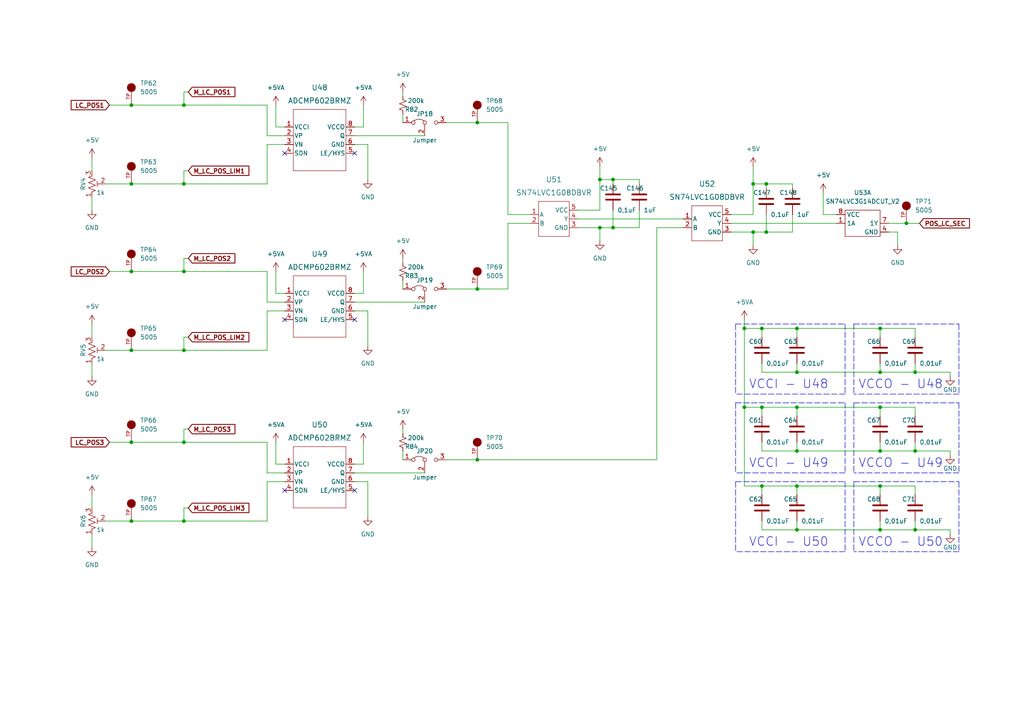
<source format=kicad_sch>
(kicad_sch (version 20211123) (generator eeschema)
  (paper "A4")
  (lib_symbols
    (symbol "ADCMP602BRMZ_1" (pin_names (offset 0.254))
      (property "Reference" "U" (at 8.89 6.35 0))
      (property "Value" "ADCMP602BRMZ_1" (at 16.51 -13.97 0))
      (symbol "ADCMP602BRMZ_1_1_1"
        (polyline (pts (xy 7.62 -12.7) (xy 22.86 -12.7)) (stroke (width 0.127)))
        (polyline (pts (xy 7.62 5.08) (xy 7.62 -12.7)) (stroke (width 0.127)))
        (polyline (pts (xy 22.86 -12.7) (xy 22.86 5.08)) (stroke (width 0.127)))
        (polyline (pts (xy 22.86 5.08) (xy 7.62 5.08)) (stroke (width 0.127)))
        (pin bidirectional line (at 5.08 0 0) (length 2.54) (name "VCCI") (number "1"))
        (pin input line (at 5.08 -2.54 0) (length 2.54) (name "VP") (number "2"))
        (pin input line (at 5.08 -5.08 0) (length 2.54) (name "VN") (number "3"))
        (pin unspecified line (at 5.08 -7.62 0) (length 2.54) (name "SDN") (number "4"))
        (pin unspecified line (at 25.4 -7.62 180) (length 2.45) (name "LE/HYS") (number "5"))
        (pin bidirectional line (at 25.4 -5.08 180) (length 2.54) (name "GND") (number "6"))
        (pin output line (at 25.4 -2.54 180) (length 2.54) (name "Q") (number "7"))
        (pin bidirectional line (at 25.4 0 180) (length 2.54) (name "VCCO") (number "8"))
      )
    )
    (symbol "Device:C" (pin_numbers hide) (pin_names (offset 0.254))
      (property "Reference" "C" (at 0.635 2.54 0))
      (property "Value" "C" (at 0.635 -2.54 0))
      (symbol "C_0_1"
        (polyline (pts (xy -2.032 -0.762) (xy 2.032 -0.762)) (stroke (width 0.508)))
        (polyline (pts (xy -2.032 0.762) (xy 2.032 0.762)) (stroke (width 0.508)))
      )
      (symbol "C_1_1"
        (pin passive line (at 0 3.81 270) (length 2.794) (name "~") (number "1"))
        (pin passive line (at 0 -3.81 90) (length 2.794) (name "~") (number "2"))
      )
    )
    (symbol "Device:R_Potentiometer_Trim_US" (pin_names (offset 1.016) hide)
      (property "Reference" "RV" (at -4.445 0 90))
      (property "Value" "R_Potentiometer_Trim_US" (at -2.54 0 90))
      (symbol "R_Potentiometer_Trim_US_0_1"
        (polyline (pts (xy 0 -2.286) (xy 0 -2.54)))
        (polyline (pts (xy 0 2.286) (xy 0 2.54)))
        (polyline (pts (xy 1.524 0.762) (xy 1.524 -0.762)))
        (polyline (pts (xy 2.54 0) (xy 1.524 0)))
        (polyline (pts (xy 0 -0.762) (xy 1.016 -1.143) (xy 0 -1.524) (xy -1.016 -1.905) (xy 0 -2.286)))
        (polyline (pts (xy 0 0.762) (xy 1.016 0.381) (xy 0 0) (xy -1.016 -0.381) (xy 0 -0.762)))
        (polyline (pts (xy 0 2.286) (xy 1.016 1.905) (xy 0 1.524) (xy -1.016 1.143) (xy 0 0.762)))
      )
      (symbol "R_Potentiometer_Trim_US_1_1"
        (pin passive line (at 0 3.81 270) (length 1.27) (name "1") (number "1"))
        (pin passive line (at 3.81 0 180) (length 1.27) (name "2") (number "2"))
        (pin passive line (at 0 -3.81 90) (length 1.27) (name "3") (number "3"))
      )
    )
    (symbol "Device:R_Small_US" (pin_numbers hide) (pin_names (offset 0.254) hide)
      (property "Reference" "R" (at 0.762 0.508 0))
      (property "Value" "R_Small_US" (at 0.762 -1.016 0))
      (symbol "R_Small_US_1_1"
        (polyline (pts (xy 0 0) (xy 1.016 -0.381) (xy 0 -0.762) (xy -1.016 -1.143) (xy 0 -1.524)))
        (polyline (pts (xy 0 1.524) (xy 1.016 1.143) (xy 0 0.762) (xy -1.016 0.381) (xy 0 0)))
        (pin passive line (at 0 2.54 270) (length 1.016) (name "~") (number "1"))
        (pin passive line (at 0 -2.54 90) (length 1.016) (name "~") (number "2"))
      )
    )
    (symbol "Jumper:Jumper_3_Bridged12" (pin_names (offset 0) hide)
      (property "Reference" "JP" (at -2.54 -2.54 0))
      (property "Value" "Jumper_3_Bridged12" (at 0 2.794 0))
      (symbol "Jumper_3_Bridged12_0_0"
        (circle (center -3.302 0) (radius 0.508))
        (circle (center 0 0) (radius 0.508))
        (circle (center 3.302 0) (radius 0.508))
      )
      (symbol "Jumper_3_Bridged12_0_1"
        (arc (start -0.254 0.508) (mid -1.651 0.9912) (end -3.048 0.508))
        (polyline (pts (xy 0 -1.27) (xy 0 -0.508)))
      )
      (symbol "Jumper_3_Bridged12_1_1"
        (pin passive line (at -6.35 0 0) (length 2.54) (name "A") (number "1"))
        (pin passive line (at 0 -3.81 90) (length 2.54) (name "C") (number "2"))
        (pin passive line (at 6.35 0 180) (length 2.54) (name "B") (number "3"))
      )
    )
    (symbol "SymLib:5005" (pin_names (offset 1.016))
      (property "Reference" "TP" (at -2.54 2.54 0))
      (property "Value" "5005" (at -2.54 -3.81 0))
      (symbol "5005_0_0"
        (circle (center 0 0) (radius 0.635) (stroke (width 1.27)))
        (pin passive line (at -5.08 0 0) (length 5.08) (name "~") (number "TP"))
      )
    )
    (symbol "SymLib:SN74LVC1G08DBVR" (pin_names (offset 0.254))
      (property "Reference" "U" (at 25.4 10.16 0))
      (property "Value" "SN74LVC1G08DBVR" (at 25.4 7.62 0))
      (symbol "SN74LVC1G08DBVR_0_1"
        (polyline (pts (xy 20.32 -7.62) (xy 29.21 -7.62)) (stroke (width 0.127)))
        (polyline (pts (xy 20.32 2.54) (xy 20.32 -7.62)) (stroke (width 0.127)))
        (polyline (pts (xy 29.21 -7.62) (xy 29.21 2.54)) (stroke (width 0.127)))
        (polyline (pts (xy 29.21 2.54) (xy 20.32 2.54)) (stroke (width 0.127)))
        (pin input line (at 17.78 -1.27 0) (length 2.54) (name "A") (number "1"))
        (pin input line (at 17.78 -3.81 0) (length 2.54) (name "B") (number "2"))
        (pin power_in line (at 31.75 -5.08 180) (length 2.54) (name "GND") (number "3"))
        (pin output line (at 31.75 -2.54 180) (length 2.54) (name "Y") (number "4"))
        (pin power_in line (at 31.75 0 180) (length 2.54) (name "VCC") (number "5"))
      )
    )
    (symbol "SymLib:SN74LVC3G14DCUT_V2"
      (property "Reference" "U" (at -3.81 5.08 0))
      (property "Value" "SN74LVC3G14DCUT_V2" (at 0 -5.08 0))
      (symbol "SN74LVC3G14DCUT_V2_0_1"
        (rectangle (start -5.08 -3.81) (end 5.08 -3.81))
        (rectangle (start -5.08 3.81) (end -5.08 -3.81))
        (rectangle (start -5.08 3.81) (end 5.08 3.81))
        (rectangle (start 5.08 3.81) (end 5.08 -3.81))
      )
      (symbol "SN74LVC3G14DCUT_V2_1_1"
        (pin bidirectional line (at -7.62 0 0) (length 2.54) (name "1A") (number "1"))
        (pin bidirectional line (at 7.62 -2.54 180) (length 2.54) (name "GND") (number "4"))
        (pin output line (at 7.62 0 180) (length 2.54) (name "1Y") (number "7"))
        (pin bidirectional line (at -7.62 2.54 0) (length 2.54) (name "VCC") (number "8"))
      )
      (symbol "SN74LVC3G14DCUT_V2_2_1"
        (pin bidirectional line (at -7.62 0 0) (length 2.54) (name "2A") (number "3"))
        (pin output line (at 7.62 0 180) (length 2.54) (name "2Y") (number "5"))
      )
      (symbol "SN74LVC3G14DCUT_V2_3_1"
        (pin output line (at 7.62 0 180) (length 2.54) (name "3Y") (number "2"))
        (pin bidirectional line (at -7.62 0 0) (length 2.54) (name "3A") (number "6"))
      )
    )
    (symbol "power:+5V" (power) (pin_names (offset 0))
      (property "Value" "+5V" (at 0 3.556 0))
      (symbol "+5V_0_1"
        (polyline (pts (xy -0.762 1.27) (xy 0 2.54)))
        (polyline (pts (xy 0 0) (xy 0 2.54)))
        (polyline (pts (xy 0 2.54) (xy 0.762 1.27)))
      )
      (symbol "+5V_1_1"
        (pin power_in line (at 0 0 90) (length 0) hide (name "+5V") (number "1"))
      )
    )
    (symbol "power:+5VA" (power) (pin_names (offset 0))
      (property "Value" "+5VA" (at 0 3.556 0))
      (symbol "+5VA_0_1"
        (polyline (pts (xy -0.762 1.27) (xy 0 2.54)))
        (polyline (pts (xy 0 0) (xy 0 2.54)))
        (polyline (pts (xy 0 2.54) (xy 0.762 1.27)))
      )
      (symbol "+5VA_1_1"
        (pin power_in line (at 0 0 90) (length 0) hide (name "+5VA") (number "1"))
      )
    )
    (symbol "power:GND" (power) (pin_names (offset 0))
      (property "Value" "GND" (at 0 -3.81 0))
      (symbol "GND_0_1"
        (polyline (pts (xy 0 0) (xy 0 -1.27) (xy 1.27 -1.27) (xy 0 -2.54) (xy -1.27 -1.27) (xy 0 -1.27)))
      )
      (symbol "GND_1_1"
        (pin power_in line (at 0 0 270) (length 0) hide (name "GND") (number "1"))
      )
    )
  )
  (junction (at 255.27 153.67))
  (junction (at 218.44 67.31))
  (junction (at 38.1 151.13))
  (junction (at 38.1 30.48))
  (junction (at 218.44 53.34))
  (junction (at 53.34 30.48))
  (junction (at 173.99 66.04))
  (junction (at 255.27 118.11))
  (junction (at 38.1 101.6))
  (junction (at 265.43 107.95))
  (junction (at 173.99 52.07))
  (junction (at 38.1 53.34))
  (junction (at 262.89 64.77))
  (junction (at 265.43 130.81))
  (junction (at 138.43 83.82))
  (junction (at 222.25 53.34))
  (junction (at 177.8 52.07))
  (junction (at 231.14 153.67))
  (junction (at 53.34 53.34))
  (junction (at 222.25 67.31))
  (junction (at 53.34 101.6))
  (junction (at 215.9 95.25))
  (junction (at 255.27 95.25))
  (junction (at 255.27 130.81))
  (junction (at 265.43 153.67))
  (junction (at 53.34 78.74))
  (junction (at 220.98 95.25))
  (junction (at 138.43 35.56))
  (junction (at 215.9 118.11))
  (junction (at 255.27 107.95))
  (junction (at 255.27 140.97))
  (junction (at 231.14 95.25))
  (junction (at 53.34 151.13))
  (junction (at 220.98 140.97))
  (junction (at 38.1 128.27))
  (junction (at 231.14 130.81))
  (junction (at 231.14 107.95))
  (junction (at 231.14 118.11))
  (junction (at 220.98 118.11))
  (junction (at 53.34 128.27))
  (junction (at 138.43 133.35))
  (junction (at 38.1 78.74))
  (junction (at 231.14 140.97))
  (junction (at 177.8 66.04))
  (no_connect (at 82.55 44.45))
  (no_connect (at 102.87 92.71))
  (no_connect (at 102.87 142.24))
  (no_connect (at 102.87 44.45))
  (no_connect (at 82.55 142.24))
  (no_connect (at 82.55 92.71))
  (wire (pts (xy 231.14 128.27) (xy 231.14 130.81)))
  (wire (pts (xy 220.98 140.97) (xy 231.14 140.97)))
  (wire (pts (xy 215.9 92.71) (xy 215.9 95.25)))
  (wire (pts (xy 30.48 151.13) (xy 38.1 151.13)))
  (wire (pts (xy 231.14 130.81) (xy 255.27 130.81)))
  (wire (pts (xy 54.61 26.67) (xy 53.34 26.67)))
  (polyline (pts (xy 278.13 116.84) (xy 278.13 137.16)))
  (polyline (pts (xy 278.13 139.7) (xy 278.13 160.02)))
  (wire (pts (xy 167.64 60.96) (xy 173.99 60.96)))
  (wire (pts (xy 102.87 39.37) (xy 123.19 39.37)))
  (wire (pts (xy 77.47 41.91) (xy 82.55 41.91)))
  (wire (pts (xy 116.84 125.73) (xy 116.84 124.46)))
  (polyline (pts (xy 247.65 93.98) (xy 278.13 93.98)))
  (wire (pts (xy 138.43 35.56) (xy 129.54 35.56)))
  (wire (pts (xy 231.14 95.25) (xy 255.27 95.25)))
  (wire (pts (xy 231.14 140.97) (xy 255.27 140.97)))
  (wire (pts (xy 54.61 49.53) (xy 53.34 49.53)))
  (wire (pts (xy 77.47 30.48) (xy 77.47 39.37)))
  (wire (pts (xy 220.98 140.97) (xy 220.98 143.51)))
  (wire (pts (xy 53.34 30.48) (xy 77.47 30.48)))
  (wire (pts (xy 255.27 105.41) (xy 255.27 107.95)))
  (wire (pts (xy 173.99 66.04) (xy 173.99 69.85)))
  (wire (pts (xy 147.32 35.56) (xy 138.43 35.56)))
  (wire (pts (xy 275.59 130.81) (xy 275.59 132.08)))
  (wire (pts (xy 220.98 128.27) (xy 220.98 130.81)))
  (wire (pts (xy 215.9 118.11) (xy 215.9 140.97)))
  (polyline (pts (xy 213.36 93.98) (xy 245.11 93.98)))
  (wire (pts (xy 138.43 83.82) (xy 147.32 83.82)))
  (wire (pts (xy 231.14 151.13) (xy 231.14 153.67)))
  (wire (pts (xy 77.47 139.7) (xy 77.47 151.13)))
  (wire (pts (xy 255.27 151.13) (xy 255.27 153.67)))
  (polyline (pts (xy 245.11 160.02) (xy 213.36 160.02)))
  (wire (pts (xy 255.27 140.97) (xy 255.27 143.51)))
  (wire (pts (xy 38.1 101.6) (xy 53.34 101.6)))
  (wire (pts (xy 220.98 118.11) (xy 231.14 118.11)))
  (polyline (pts (xy 247.65 116.84) (xy 278.13 116.84)))
  (wire (pts (xy 105.41 30.48) (xy 105.41 36.83)))
  (wire (pts (xy 82.55 36.83) (xy 80.01 36.83)))
  (wire (pts (xy 222.25 54.61) (xy 222.25 53.34)))
  (wire (pts (xy 26.67 93.98) (xy 26.67 97.79)))
  (wire (pts (xy 53.34 101.6) (xy 77.47 101.6)))
  (wire (pts (xy 26.67 45.72) (xy 26.67 49.53)))
  (wire (pts (xy 231.14 118.11) (xy 231.14 120.65)))
  (wire (pts (xy 31.75 30.48) (xy 38.1 30.48)))
  (polyline (pts (xy 278.13 160.02) (xy 247.65 160.02)))
  (wire (pts (xy 147.32 64.77) (xy 153.67 64.77)))
  (wire (pts (xy 220.98 151.13) (xy 220.98 153.67)))
  (wire (pts (xy 80.01 85.09) (xy 80.01 78.74)))
  (wire (pts (xy 80.01 134.62) (xy 80.01 128.27)))
  (polyline (pts (xy 213.36 139.7) (xy 213.36 160.02)))
  (wire (pts (xy 54.61 147.32) (xy 53.34 147.32)))
  (polyline (pts (xy 247.65 139.7) (xy 247.65 160.02)))
  (wire (pts (xy 116.84 27.94) (xy 116.84 26.67)))
  (wire (pts (xy 105.41 78.74) (xy 105.41 85.09)))
  (polyline (pts (xy 213.36 139.7) (xy 245.11 139.7)))
  (wire (pts (xy 265.43 105.41) (xy 265.43 107.95)))
  (wire (pts (xy 82.55 134.62) (xy 80.01 134.62)))
  (wire (pts (xy 30.48 101.6) (xy 38.1 101.6)))
  (wire (pts (xy 80.01 36.83) (xy 80.01 30.48)))
  (wire (pts (xy 231.14 107.95) (xy 255.27 107.95)))
  (wire (pts (xy 54.61 97.79) (xy 53.34 97.79)))
  (wire (pts (xy 229.87 53.34) (xy 222.25 53.34)))
  (wire (pts (xy 102.87 41.91) (xy 106.68 41.91)))
  (wire (pts (xy 38.1 30.48) (xy 53.34 30.48)))
  (wire (pts (xy 257.81 67.31) (xy 260.35 67.31)))
  (wire (pts (xy 53.34 26.67) (xy 53.34 30.48)))
  (polyline (pts (xy 213.36 116.84) (xy 245.11 116.84)))
  (wire (pts (xy 265.43 107.95) (xy 255.27 107.95)))
  (wire (pts (xy 218.44 53.34) (xy 222.25 53.34)))
  (wire (pts (xy 255.27 128.27) (xy 255.27 130.81)))
  (wire (pts (xy 77.47 137.16) (xy 82.55 137.16)))
  (wire (pts (xy 77.47 128.27) (xy 77.47 137.16)))
  (wire (pts (xy 212.09 62.23) (xy 218.44 62.23)))
  (wire (pts (xy 265.43 130.81) (xy 255.27 130.81)))
  (wire (pts (xy 231.14 153.67) (xy 220.98 153.67)))
  (wire (pts (xy 177.8 60.96) (xy 177.8 66.04)))
  (wire (pts (xy 77.47 87.63) (xy 82.55 87.63)))
  (wire (pts (xy 212.09 64.77) (xy 242.57 64.77)))
  (wire (pts (xy 231.14 105.41) (xy 231.14 107.95)))
  (polyline (pts (xy 247.65 93.98) (xy 247.65 114.3)))
  (wire (pts (xy 53.34 49.53) (xy 53.34 53.34)))
  (wire (pts (xy 102.87 139.7) (xy 106.68 139.7)))
  (wire (pts (xy 220.98 118.11) (xy 220.98 120.65)))
  (wire (pts (xy 218.44 67.31) (xy 218.44 71.12)))
  (wire (pts (xy 129.54 83.82) (xy 138.43 83.82)))
  (wire (pts (xy 173.99 52.07) (xy 177.8 52.07)))
  (wire (pts (xy 77.47 78.74) (xy 77.47 87.63)))
  (wire (pts (xy 255.27 95.25) (xy 265.43 95.25)))
  (wire (pts (xy 77.47 39.37) (xy 82.55 39.37)))
  (wire (pts (xy 116.84 81.28) (xy 116.84 83.82)))
  (wire (pts (xy 231.14 118.11) (xy 255.27 118.11)))
  (wire (pts (xy 265.43 151.13) (xy 265.43 153.67)))
  (polyline (pts (xy 213.36 116.84) (xy 213.36 137.16)))
  (wire (pts (xy 255.27 140.97) (xy 265.43 140.97)))
  (wire (pts (xy 255.27 95.25) (xy 255.27 97.79)))
  (wire (pts (xy 54.61 124.46) (xy 53.34 124.46)))
  (wire (pts (xy 260.35 67.31) (xy 260.35 71.12)))
  (wire (pts (xy 147.32 35.56) (xy 147.32 62.23)))
  (wire (pts (xy 231.14 140.97) (xy 231.14 143.51)))
  (polyline (pts (xy 245.11 116.84) (xy 245.11 137.16)))
  (wire (pts (xy 190.5 66.04) (xy 198.12 66.04)))
  (wire (pts (xy 38.1 128.27) (xy 53.34 128.27)))
  (wire (pts (xy 275.59 107.95) (xy 265.43 107.95)))
  (wire (pts (xy 53.34 78.74) (xy 77.47 78.74)))
  (wire (pts (xy 53.34 128.27) (xy 77.47 128.27)))
  (wire (pts (xy 116.84 76.2) (xy 116.84 74.93)))
  (wire (pts (xy 262.89 64.77) (xy 266.7 64.77)))
  (wire (pts (xy 220.98 95.25) (xy 231.14 95.25)))
  (wire (pts (xy 116.84 130.81) (xy 116.84 133.35)))
  (wire (pts (xy 177.8 66.04) (xy 185.42 66.04)))
  (wire (pts (xy 190.5 133.35) (xy 190.5 66.04)))
  (wire (pts (xy 218.44 48.26) (xy 218.44 53.34)))
  (polyline (pts (xy 245.11 137.16) (xy 213.36 137.16)))
  (polyline (pts (xy 245.11 93.98) (xy 245.11 114.3)))
  (wire (pts (xy 53.34 124.46) (xy 53.34 128.27)))
  (wire (pts (xy 77.47 90.17) (xy 82.55 90.17)))
  (wire (pts (xy 173.99 52.07) (xy 173.99 60.96)))
  (wire (pts (xy 185.42 53.34) (xy 185.42 52.07)))
  (wire (pts (xy 265.43 140.97) (xy 265.43 143.51)))
  (wire (pts (xy 275.59 153.67) (xy 265.43 153.67)))
  (wire (pts (xy 265.43 153.67) (xy 255.27 153.67)))
  (wire (pts (xy 30.48 53.34) (xy 38.1 53.34)))
  (wire (pts (xy 220.98 105.41) (xy 220.98 107.95)))
  (wire (pts (xy 147.32 83.82) (xy 147.32 64.77)))
  (wire (pts (xy 106.68 139.7) (xy 106.68 149.86)))
  (wire (pts (xy 31.75 128.27) (xy 38.1 128.27)))
  (polyline (pts (xy 278.13 114.3) (xy 247.65 114.3)))
  (wire (pts (xy 215.9 140.97) (xy 220.98 140.97)))
  (wire (pts (xy 38.1 78.74) (xy 53.34 78.74)))
  (wire (pts (xy 26.67 154.94) (xy 26.67 158.75)))
  (wire (pts (xy 26.67 105.41) (xy 26.67 109.22)))
  (wire (pts (xy 185.42 60.96) (xy 185.42 66.04)))
  (wire (pts (xy 106.68 90.17) (xy 106.68 100.33)))
  (wire (pts (xy 255.27 118.11) (xy 255.27 120.65)))
  (wire (pts (xy 82.55 85.09) (xy 80.01 85.09)))
  (wire (pts (xy 53.34 97.79) (xy 53.34 101.6)))
  (wire (pts (xy 26.67 57.15) (xy 26.67 60.96)))
  (wire (pts (xy 54.61 74.93) (xy 53.34 74.93)))
  (wire (pts (xy 229.87 62.23) (xy 229.87 67.31)))
  (polyline (pts (xy 245.11 114.3) (xy 213.36 114.3)))
  (wire (pts (xy 102.87 137.16) (xy 123.19 137.16)))
  (wire (pts (xy 238.76 55.88) (xy 238.76 62.23)))
  (polyline (pts (xy 247.65 116.84) (xy 247.65 137.16)))
  (wire (pts (xy 255.27 118.11) (xy 265.43 118.11)))
  (wire (pts (xy 215.9 118.11) (xy 220.98 118.11)))
  (wire (pts (xy 177.8 53.34) (xy 177.8 52.07)))
  (wire (pts (xy 222.25 67.31) (xy 229.87 67.31)))
  (polyline (pts (xy 278.13 137.16) (xy 247.65 137.16)))
  (wire (pts (xy 167.64 66.04) (xy 173.99 66.04)))
  (wire (pts (xy 231.14 107.95) (xy 220.98 107.95)))
  (wire (pts (xy 102.87 90.17) (xy 106.68 90.17)))
  (wire (pts (xy 102.87 134.62) (xy 105.41 134.62)))
  (wire (pts (xy 215.9 95.25) (xy 220.98 95.25)))
  (wire (pts (xy 53.34 74.93) (xy 53.34 78.74)))
  (wire (pts (xy 105.41 128.27) (xy 105.41 134.62)))
  (wire (pts (xy 129.54 133.35) (xy 138.43 133.35)))
  (wire (pts (xy 275.59 130.81) (xy 265.43 130.81)))
  (polyline (pts (xy 247.65 139.7) (xy 278.13 139.7)))
  (wire (pts (xy 77.47 90.17) (xy 77.47 101.6)))
  (wire (pts (xy 265.43 95.25) (xy 265.43 97.79)))
  (wire (pts (xy 38.1 53.34) (xy 53.34 53.34)))
  (wire (pts (xy 106.68 41.91) (xy 106.68 52.07)))
  (wire (pts (xy 231.14 130.81) (xy 220.98 130.81)))
  (wire (pts (xy 77.47 139.7) (xy 82.55 139.7)))
  (wire (pts (xy 138.43 133.35) (xy 190.5 133.35)))
  (wire (pts (xy 222.25 67.31) (xy 218.44 67.31)))
  (wire (pts (xy 102.87 36.83) (xy 105.41 36.83)))
  (wire (pts (xy 77.47 41.91) (xy 77.47 53.34)))
  (wire (pts (xy 212.09 67.31) (xy 218.44 67.31)))
  (wire (pts (xy 215.9 95.25) (xy 215.9 118.11)))
  (wire (pts (xy 102.87 87.63) (xy 123.19 87.63)))
  (wire (pts (xy 275.59 107.95) (xy 275.59 109.22)))
  (wire (pts (xy 218.44 53.34) (xy 218.44 62.23)))
  (wire (pts (xy 147.32 62.23) (xy 153.67 62.23)))
  (wire (pts (xy 31.75 78.74) (xy 38.1 78.74)))
  (wire (pts (xy 38.1 151.13) (xy 53.34 151.13)))
  (wire (pts (xy 116.84 33.02) (xy 116.84 35.56)))
  (wire (pts (xy 231.14 95.25) (xy 231.14 97.79)))
  (wire (pts (xy 257.81 64.77) (xy 262.89 64.77)))
  (wire (pts (xy 229.87 54.61) (xy 229.87 53.34)))
  (wire (pts (xy 265.43 118.11) (xy 265.43 120.65)))
  (wire (pts (xy 167.64 63.5) (xy 198.12 63.5)))
  (wire (pts (xy 265.43 128.27) (xy 265.43 130.81)))
  (wire (pts (xy 26.67 143.51) (xy 26.67 147.32)))
  (polyline (pts (xy 245.11 139.7) (xy 245.11 160.02)))
  (wire (pts (xy 53.34 147.32) (xy 53.34 151.13)))
  (wire (pts (xy 242.57 62.23) (xy 238.76 62.23)))
  (polyline (pts (xy 213.36 93.98) (xy 213.36 114.3)))
  (wire (pts (xy 231.14 153.67) (xy 255.27 153.67)))
  (wire (pts (xy 185.42 52.07) (xy 177.8 52.07)))
  (wire (pts (xy 275.59 153.67) (xy 275.59 154.94)))
  (wire (pts (xy 102.87 85.09) (xy 105.41 85.09)))
  (wire (pts (xy 177.8 66.04) (xy 173.99 66.04)))
  (wire (pts (xy 222.25 62.23) (xy 222.25 67.31)))
  (wire (pts (xy 53.34 53.34) (xy 77.47 53.34)))
  (wire (pts (xy 173.99 48.26) (xy 173.99 52.07)))
  (wire (pts (xy 53.34 151.13) (xy 77.47 151.13)))
  (wire (pts (xy 220.98 95.25) (xy 220.98 97.79)))
  (polyline (pts (xy 278.13 93.98) (xy 278.13 114.3)))
  (text "VCCI - U48" (at 217.17 113.03 0) (effects (font (size 2.54 2.54)) (justify left bottom)))
  (text "VCCI - U49" (at 217.17 135.89 0) (effects (font (size 2.54 2.54)) (justify left bottom)))
  (text "VCCO - U49" (at 248.92 135.89 0) (effects (font (size 2.54 2.54)) (justify left bottom)))
  (text "VCCO - U48" (at 248.92 113.03 0) (effects (font (size 2.54 2.54)) (justify left bottom)))
  (text "VCCO - U50" (at 248.92 158.75 0) (effects (font (size 2.54 2.54)) (justify left bottom)))
  (text "VCCI - U50" (at 217.17 158.75 0) (effects (font (size 2.54 2.54)) (justify left bottom)))
  (global_label "POS_LC_SEC" (shape input) (at 266.7 64.77 0) (effects (font (thickness 0.254) bold)) (property "Intersheet References" "${INTERSHEET_REFS}" (effects hide)))
  (global_label "LC_POS2" (shape input) (at 31.75 78.74 180) (effects (font (thickness 0.254) bold)) (property "Intersheet References" "${INTERSHEET_REFS}" (effects hide)))
  (global_label "M_LC_POS_LIM3" (shape input) (at 54.61 147.32 0) (effects (font (thickness 0.254) bold)) (property "Intersheet References" "${INTERSHEET_REFS}" (effects hide)))
  (global_label "M_LC_POS1" (shape input) (at 54.61 26.67 0) (effects (font (thickness 0.254) bold)) (property "Intersheet References" "${INTERSHEET_REFS}" (effects hide)))
  (global_label "M_LC_POS_LIM1" (shape input) (at 54.61 49.53 0) (effects (font (thickness 0.254) bold)) (property "Intersheet References" "${INTERSHEET_REFS}" (effects hide)))
  (global_label "M_LC_POS_LIM2" (shape input) (at 54.61 97.79 0) (effects (font (thickness 0.254) bold)) (property "Intersheet References" "${INTERSHEET_REFS}" (effects hide)))
  (global_label "M_LC_POS2" (shape input) (at 54.61 74.93 0) (effects (font (thickness 0.254) bold)) (property "Intersheet References" "${INTERSHEET_REFS}" (effects hide)))
  (global_label "LC_POS3" (shape input) (at 31.75 128.27 180) (effects (font (thickness 0.254) bold)) (property "Intersheet References" "${INTERSHEET_REFS}" (effects hide)))
  (global_label "M_LC_POS3" (shape input) (at 54.61 124.46 0) (effects (font (thickness 0.254) bold)) (property "Intersheet References" "${INTERSHEET_REFS}" (effects hide)))
  (global_label "LC_POS1" (shape input) (at 31.75 30.48 180) (effects (font (thickness 0.254) bold)) (property "Intersheet References" "${INTERSHEET_REFS}" (effects hide)))
  (symbol (lib_id "Device:C") (at 255.27 124.46 0) (unit 1)
    (property "Reference" "C67" (at 251.46 121.92 0) (effects (justify left)))
    (property "Value" "0,01uF" (at 256.54 128.27 0) (effects (justify left)))
    (property "Footprint" "Capacitor_SMD:C_0603_1608Metric" (effects hide))
  )
  (symbol (lib_id "Device:C") (at 255.27 101.6 0) (unit 1)
    (property "Reference" "C66" (at 251.46 99.06 0) (effects (justify left)))
    (property "Value" "0,01uF" (at 256.54 105.41 0) (effects (justify left)))
    (property "Footprint" "Capacitor_SMD:C_0603_1608Metric" (effects hide))
  )
  (symbol (lib_id "Jumper:Jumper_3_Bridged12") (at 123.19 83.82 0) (unit 1)
    (property "Reference" "JP19" (at 123.19 81.28 0))
    (property "Value" "Jumper" (at 123.19 88.9 0))
    (property "Footprint" "Connector_PinHeader_2.54mm:PinHeader_1x03_P2.54mm_Vertical" (effects hide))
  )
  (symbol (lib_id "power:+5VA") (at 105.41 78.74 0) (unit 1)
    (property "Reference" "#PWR0296" (effects hide))
    (property "Value" "+5VA" (at 105.41 73.66 0))
  )
  (symbol (lib_id "power:+5VA") (at 80.01 30.48 0) (unit 1)
    (property "Reference" "#PWR0292" (effects hide))
    (property "Value" "+5VA" (at 80.01 25.4 0))
  )
  (symbol (lib_id "power:GND") (at 106.68 52.07 0) (unit 1)
    (property "Reference" "#PWR0298" (effects hide))
    (property "Value" "GND" (at 106.68 57.15 0))
  )
  (symbol (lib_id "Device:C") (at 220.98 147.32 0) (unit 1)
    (property "Reference" "C62" (at 217.17 144.78 0) (effects (justify left)))
    (property "Value" "0,01uF" (at 222.25 151.13 0) (effects (justify left)))
    (property "Footprint" "Capacitor_SMD:C_0603_1608Metric" (effects hide))
  )
  (symbol (lib_id "Device:C") (at 265.43 101.6 0) (unit 1)
    (property "Reference" "C69" (at 261.62 99.06 0) (effects (justify left)))
    (property "Value" "0,01uF" (at 266.7 105.41 0) (effects (justify left)))
    (property "Footprint" "Capacitor_SMD:C_0603_1608Metric" (effects hide))
  )
  (symbol (lib_id "Device:C") (at 220.98 124.46 0) (unit 1)
    (property "Reference" "C61" (at 217.17 121.92 0) (effects (justify left)))
    (property "Value" "0,01uF" (at 222.25 128.27 0) (effects (justify left)))
    (property "Footprint" "Capacitor_SMD:C_0603_1608Metric" (effects hide))
  )
  (symbol (lib_id "power:+5VA") (at 215.9 92.71 0) (unit 1)
    (property "Reference" "#PWR0309" (effects hide))
    (property "Value" "+5VA" (at 215.9 87.63 0))
  )
  (symbol (lib_id "SymLib:SN74LVC1G08DBVR") (at 180.34 62.23 0) (unit 1)
    (property "Reference" "U52" (at 205.105 53.34 0) (effects (font (size 1.524 1.524))))
    (property "Value" "SN74LVC1G08DBVR" (at 205.105 57.15 0) (effects (font (size 1.524 1.524))))
    (property "Footprint" "FootPrint:SOT95P270X145-5N" (effects hide))
  )
  (symbol (lib_id "power:+5V") (at 173.99 48.26 0) (unit 1)
    (property "Reference" "#PWR0305" (effects hide))
    (property "Value" "+5V" (at 173.99 43.18 0))
  )
  (symbol (lib_id "power:GND") (at 26.67 109.22 0) (unit 1)
    (property "Reference" "#PWR0289" (effects hide))
    (property "Value" "GND" (at 26.67 114.3 0))
  )
  (symbol (lib_id "Device:C") (at 255.27 147.32 0) (unit 1)
    (property "Reference" "C68" (at 251.46 144.78 0) (effects (justify left)))
    (property "Value" "0,01uF" (at 256.54 151.13 0) (effects (justify left)))
    (property "Footprint" "Capacitor_SMD:C_0603_1608Metric" (effects hide))
  )
  (symbol (lib_id "Device:C") (at 265.43 147.32 0) (unit 1)
    (property "Reference" "C71" (at 261.62 144.78 0) (effects (justify left)))
    (property "Value" "0,01uF" (at 266.7 151.13 0) (effects (justify left)))
    (property "Footprint" "Capacitor_SMD:C_0603_1608Metric" (effects hide))
  )
  (symbol (lib_id "power:+5V") (at 26.67 93.98 0) (unit 1)
    (property "Reference" "#PWR0288" (effects hide))
    (property "Value" "+5V" (at 26.67 88.9 0))
  )
  (symbol (lib_id "Device:C") (at 231.14 124.46 0) (unit 1)
    (property "Reference" "C64" (at 227.33 121.92 0) (effects (justify left)))
    (property "Value" "0,01uF" (at 232.41 128.27 0) (effects (justify left)))
    (property "Footprint" "Capacitor_SMD:C_0603_1608Metric" (effects hide))
  )
  (symbol (lib_id "SymLib:5005") (at 38.1 146.05 90) (unit 1)
    (property "Reference" "TP67" (at 40.64 144.7799 90) (effects (justify right)))
    (property "Value" "5005" (at 40.64 147.3199 90) (effects (justify right)))
    (property "Footprint" "FootPrint:KEYSTONE_5005" (effects hide))
    (property "MF" "Keystone Electronics" (effects hide))
    (property "DESCRIPTION" "Compact THM Test Point -Red" (effects hide))
    (property "PACKAGE" "NON STANDARD-1 Keystone" (effects hide))
    (property "PRICE" "None" (effects hide))
    (property "MP" "5005" (effects hide))
    (property "AVAILABILITY" "In Stock" (effects hide))
    (property "PURCHASE-URL" "https://pricing.snapeda.com/search/part/5005/?ref=eda" (effects hide))
  )
  (symbol (lib_id "Device:R_Small_US") (at 116.84 30.48 0) (unit 1)
    (property "Reference" "R82" (at 119.38 31.75 0))
    (property "Value" "200k" (at 120.65 29.21 0))
    (property "Footprint" "Resistor_SMD:R_0603_1608Metric" (effects hide))
  )
  (symbol (lib_name "ADCMP602BRMZ_1") (lib_id "SymLib:ADCMP602BRMZ") (at 77.47 134.62 0) (unit 1)
    (property "Reference" "U50" (at 92.7232 123.19 0) (effects (font (size 1.524 1.524))))
    (property "Value" "ADCMP602BRMZ" (at 92.7232 127 0) (effects (font (size 1.524 1.524))))
    (property "Footprint" "FootPrint:ADCMP602BRMZ" (effects hide))
    (property "Datasheet" "ADCMP602BRMZ" (effects hide))
  )
  (symbol (lib_id "SymLib:5005") (at 262.89 59.69 90) (unit 1)
    (property "Reference" "TP71" (at 265.43 58.4199 90) (effects (justify right)))
    (property "Value" "5005" (at 265.43 60.9599 90) (effects (justify right)))
    (property "Footprint" "FootPrint:KEYSTONE_5005" (effects hide))
    (property "MF" "Keystone Electronics" (effects hide))
    (property "DESCRIPTION" "Compact THM Test Point -Red" (effects hide))
    (property "PACKAGE" "NON STANDARD-1 Keystone" (effects hide))
    (property "PRICE" "None" (effects hide))
    (property "MP" "5005" (effects hide))
    (property "AVAILABILITY" "In Stock" (effects hide))
    (property "PURCHASE-URL" "https://pricing.snapeda.com/search/part/5005/?ref=eda" (effects hide))
  )
  (symbol (lib_id "SymLib:5005") (at 38.1 25.4 90) (unit 1)
    (property "Reference" "TP62" (at 40.64 24.1299 90) (effects (justify right)))
    (property "Value" "5005" (at 40.64 26.6699 90) (effects (justify right)))
    (property "Footprint" "FootPrint:KEYSTONE_5005" (effects hide))
    (property "MF" "Keystone Electronics" (effects hide))
    (property "DESCRIPTION" "Compact THM Test Point -Red" (effects hide))
    (property "PACKAGE" "NON STANDARD-1 Keystone" (effects hide))
    (property "PRICE" "None" (effects hide))
    (property "MP" "5005" (effects hide))
    (property "AVAILABILITY" "In Stock" (effects hide))
    (property "PURCHASE-URL" "https://pricing.snapeda.com/search/part/5005/?ref=eda" (effects hide))
  )
  (symbol (lib_id "power:GND") (at 275.59 132.08 0) (unit 1)
    (property "Reference" "#PWR0312" (effects hide))
    (property "Value" "GND" (at 275.59 135.89 0))
  )
  (symbol (lib_id "power:GND") (at 26.67 60.96 0) (unit 1)
    (property "Reference" "#PWR0287" (effects hide))
    (property "Value" "GND" (at 26.67 66.04 0))
  )
  (symbol (lib_id "Device:R_Potentiometer_Trim_US") (at 26.67 151.13 0) (mirror x) (unit 1)
    (property "Reference" "RV6" (at 24.13 151.13 90))
    (property "Value" "1k" (at 29.21 153.67 0))
    (property "Footprint" "FootPrint:TRIM_3362P-1-102LF" (effects hide))
  )
  (symbol (lib_id "power:GND") (at 260.35 71.12 0) (unit 1)
    (property "Reference" "#PWR0310" (effects hide))
    (property "Value" "GND" (at 260.35 76.2 0))
  )
  (symbol (lib_id "SymLib:SN74LVC3G14DCUT_V2") (at 250.19 64.77 0) (unit 1)
    (property "Reference" "U53" (at 250.19 55.88 0))
    (property "Value" "SN74LVC3G14DCUT_V2" (at 250.19 58.42 0))
    (property "Footprint" "FootPrint:SN74LVC3G14DCUT" (effects hide))
  )
  (symbol (lib_name "ADCMP602BRMZ_1") (lib_id "SymLib:ADCMP602BRMZ") (at 77.47 36.83 0) (unit 1)
    (property "Reference" "U48" (at 92.7232 25.4 0) (effects (font (size 1.524 1.524))))
    (property "Value" "ADCMP602BRMZ" (at 92.7232 29.21 0) (effects (font (size 1.524 1.524))))
    (property "Footprint" "FootPrint:ADCMP602BRMZ" (effects hide))
    (property "Datasheet" "ADCMP602BRMZ" (effects hide))
  )
  (symbol (lib_id "Device:C") (at 231.14 101.6 0) (unit 1)
    (property "Reference" "C63" (at 227.33 99.06 0) (effects (justify left)))
    (property "Value" "0,01uF" (at 232.41 105.41 0) (effects (justify left)))
    (property "Footprint" "Capacitor_SMD:C_0603_1608Metric" (effects hide))
  )
  (symbol (lib_id "Jumper:Jumper_3_Bridged12") (at 123.19 133.35 0) (unit 1)
    (property "Reference" "JP20" (at 123.19 130.81 0))
    (property "Value" "Jumper" (at 123.19 138.43 0))
    (property "Footprint" "Connector_PinHeader_2.54mm:PinHeader_1x03_P2.54mm_Vertical" (effects hide))
  )
  (symbol (lib_id "power:+5V") (at 218.44 48.26 0) (unit 1)
    (property "Reference" "#PWR0307" (effects hide))
    (property "Value" "+5V" (at 218.44 43.18 0))
  )
  (symbol (lib_id "SymLib:5005") (at 38.1 48.26 90) (unit 1)
    (property "Reference" "TP63" (at 40.64 46.9899 90) (effects (justify right)))
    (property "Value" "5005" (at 40.64 49.5299 90) (effects (justify right)))
    (property "Footprint" "FootPrint:KEYSTONE_5005" (effects hide))
    (property "MF" "Keystone Electronics" (effects hide))
    (property "DESCRIPTION" "Compact THM Test Point -Red" (effects hide))
    (property "PACKAGE" "NON STANDARD-1 Keystone" (effects hide))
    (property "PRICE" "None" (effects hide))
    (property "MP" "5005" (effects hide))
    (property "AVAILABILITY" "In Stock" (effects hide))
    (property "PURCHASE-URL" "https://pricing.snapeda.com/search/part/5005/?ref=eda" (effects hide))
  )
  (symbol (lib_id "power:+5VA") (at 105.41 128.27 0) (unit 1)
    (property "Reference" "#PWR0297" (effects hide))
    (property "Value" "+5VA" (at 105.41 123.19 0))
  )
  (symbol (lib_id "Device:C") (at 177.8 57.15 0) (unit 1)
    (property "Reference" "C145" (at 173.99 54.61 0) (effects (justify left)))
    (property "Value" "0,1uF" (at 179.07 60.96 0) (effects (justify left)))
    (property "Footprint" "Capacitor_SMD:C_0603_1608Metric" (effects hide))
  )
  (symbol (lib_id "power:GND") (at 173.99 69.85 0) (unit 1)
    (property "Reference" "#PWR0304" (effects hide))
    (property "Value" "GND" (at 173.99 74.93 0))
  )
  (symbol (lib_id "SymLib:5005") (at 38.1 73.66 90) (unit 1)
    (property "Reference" "TP64" (at 40.64 72.3899 90) (effects (justify right)))
    (property "Value" "5005" (at 40.64 74.9299 90) (effects (justify right)))
    (property "Footprint" "FootPrint:KEYSTONE_5005" (effects hide))
    (property "MF" "Keystone Electronics" (effects hide))
    (property "DESCRIPTION" "Compact THM Test Point -Red" (effects hide))
    (property "PACKAGE" "NON STANDARD-1 Keystone" (effects hide))
    (property "PRICE" "None" (effects hide))
    (property "MP" "5005" (effects hide))
    (property "AVAILABILITY" "In Stock" (effects hide))
    (property "PURCHASE-URL" "https://pricing.snapeda.com/search/part/5005/?ref=eda" (effects hide))
  )
  (symbol (lib_id "SymLib:5005") (at 38.1 123.19 90) (unit 1)
    (property "Reference" "TP66" (at 40.64 121.9199 90) (effects (justify right)))
    (property "Value" "5005" (at 40.64 124.4599 90) (effects (justify right)))
    (property "Footprint" "FootPrint:KEYSTONE_5005" (effects hide))
    (property "MF" "Keystone Electronics" (effects hide))
    (property "DESCRIPTION" "Compact THM Test Point -Red" (effects hide))
    (property "PACKAGE" "NON STANDARD-1 Keystone" (effects hide))
    (property "PRICE" "None" (effects hide))
    (property "MP" "5005" (effects hide))
    (property "AVAILABILITY" "In Stock" (effects hide))
    (property "PURCHASE-URL" "https://pricing.snapeda.com/search/part/5005/?ref=eda" (effects hide))
  )
  (symbol (lib_id "Device:R_Small_US") (at 116.84 128.27 0) (unit 1)
    (property "Reference" "R84" (at 119.38 129.54 0))
    (property "Value" "200k" (at 120.65 127 0))
    (property "Footprint" "Resistor_SMD:R_0603_1608Metric" (effects hide))
  )
  (symbol (lib_id "power:GND") (at 26.67 158.75 0) (unit 1)
    (property "Reference" "#PWR0291" (effects hide))
    (property "Value" "GND" (at 26.67 163.83 0))
  )
  (symbol (lib_id "Device:C") (at 265.43 124.46 0) (unit 1)
    (property "Reference" "C70" (at 261.62 121.92 0) (effects (justify left)))
    (property "Value" "0,01uF" (at 266.7 128.27 0) (effects (justify left)))
    (property "Footprint" "Capacitor_SMD:C_0603_1608Metric" (effects hide))
  )
  (symbol (lib_id "Device:R_Potentiometer_Trim_US") (at 26.67 101.6 0) (mirror x) (unit 1)
    (property "Reference" "RV5" (at 24.13 101.6 90))
    (property "Value" "1k" (at 29.21 104.14 0))
    (property "Footprint" "FootPrint:TRIM_3362P-1-102LF" (effects hide))
  )
  (symbol (lib_id "SymLib:5005") (at 138.43 30.48 90) (unit 1)
    (property "Reference" "TP68" (at 140.97 29.2099 90) (effects (justify right)))
    (property "Value" "5005" (at 140.97 31.7499 90) (effects (justify right)))
    (property "Footprint" "FootPrint:KEYSTONE_5005" (effects hide))
    (property "MF" "Keystone Electronics" (effects hide))
    (property "DESCRIPTION" "Compact THM Test Point -Red" (effects hide))
    (property "PACKAGE" "NON STANDARD-1 Keystone" (effects hide))
    (property "PRICE" "None" (effects hide))
    (property "MP" "5005" (effects hide))
    (property "AVAILABILITY" "In Stock" (effects hide))
    (property "PURCHASE-URL" "https://pricing.snapeda.com/search/part/5005/?ref=eda" (effects hide))
  )
  (symbol (lib_id "power:+5V") (at 116.84 74.93 0) (unit 1)
    (property "Reference" "#PWR0302" (effects hide))
    (property "Value" "+5V" (at 116.84 69.85 0))
  )
  (symbol (lib_id "Device:C") (at 185.42 57.15 0) (unit 1)
    (property "Reference" "C146" (at 181.61 54.61 0) (effects (justify left)))
    (property "Value" "1uF" (at 186.69 60.96 0) (effects (justify left)))
    (property "Footprint" "Capacitor_SMD:C_0603_1608Metric" (effects hide))
  )
  (symbol (lib_id "Device:C") (at 231.14 147.32 0) (unit 1)
    (property "Reference" "C65" (at 227.33 144.78 0) (effects (justify left)))
    (property "Value" "0,01uF" (at 232.41 151.13 0) (effects (justify left)))
    (property "Footprint" "Capacitor_SMD:C_0603_1608Metric" (effects hide))
  )
  (symbol (lib_id "power:GND") (at 218.44 71.12 0) (unit 1)
    (property "Reference" "#PWR0306" (effects hide))
    (property "Value" "GND" (at 218.44 76.2 0))
  )
  (symbol (lib_id "power:+5V") (at 26.67 143.51 0) (unit 1)
    (property "Reference" "#PWR0290" (effects hide))
    (property "Value" "+5V" (at 26.67 138.43 0))
  )
  (symbol (lib_id "power:GND") (at 106.68 149.86 0) (unit 1)
    (property "Reference" "#PWR0300" (effects hide))
    (property "Value" "GND" (at 106.68 154.94 0))
  )
  (symbol (lib_id "power:GND") (at 275.59 154.94 0) (unit 1)
    (property "Reference" "#PWR0313" (effects hide))
    (property "Value" "GND" (at 275.59 158.75 0))
  )
  (symbol (lib_id "power:+5V") (at 26.67 45.72 0) (unit 1)
    (property "Reference" "#PWR0286" (effects hide))
    (property "Value" "+5V" (at 26.67 40.64 0))
  )
  (symbol (lib_id "power:+5V") (at 238.76 55.88 0) (unit 1)
    (property "Reference" "#PWR0308" (effects hide))
    (property "Value" "+5V" (at 238.76 50.8 0))
  )
  (symbol (lib_id "Device:C") (at 220.98 101.6 0) (unit 1)
    (property "Reference" "C60" (at 217.17 99.06 0) (effects (justify left)))
    (property "Value" "0,01uF" (at 222.25 105.41 0) (effects (justify left)))
    (property "Footprint" "Capacitor_SMD:C_0603_1608Metric" (effects hide))
  )
  (symbol (lib_id "Device:C") (at 229.87 58.42 0) (unit 1)
    (property "Reference" "C148" (at 226.06 55.88 0) (effects (justify left)))
    (property "Value" "1uF" (at 231.14 62.23 0) (effects (justify left)))
    (property "Footprint" "Capacitor_SMD:C_0603_1608Metric" (effects hide))
  )
  (symbol (lib_id "power:+5V") (at 116.84 124.46 0) (unit 1)
    (property "Reference" "#PWR0303" (effects hide))
    (property "Value" "+5V" (at 116.84 119.38 0))
  )
  (symbol (lib_id "power:+5VA") (at 105.41 30.48 0) (unit 1)
    (property "Reference" "#PWR0295" (effects hide))
    (property "Value" "+5VA" (at 105.41 25.4 0))
  )
  (symbol (lib_id "power:+5V") (at 116.84 26.67 0) (unit 1)
    (property "Reference" "#PWR0301" (effects hide))
    (property "Value" "+5V" (at 116.84 21.59 0))
  )
  (symbol (lib_id "Device:R_Small_US") (at 116.84 78.74 0) (unit 1)
    (property "Reference" "R83" (at 119.38 80.01 0))
    (property "Value" "200k" (at 120.65 77.47 0))
    (property "Footprint" "Resistor_SMD:R_0603_1608Metric" (effects hide))
  )
  (symbol (lib_name "ADCMP602BRMZ_1") (lib_id "SymLib:ADCMP602BRMZ") (at 77.47 85.09 0) (unit 1)
    (property "Reference" "U49" (at 92.7232 73.66 0) (effects (font (size 1.524 1.524))))
    (property "Value" "ADCMP602BRMZ" (at 92.7232 77.47 0) (effects (font (size 1.524 1.524))))
    (property "Footprint" "FootPrint:ADCMP602BRMZ" (effects hide))
    (property "Datasheet" "ADCMP602BRMZ" (effects hide))
  )
  (symbol (lib_id "Device:R_Potentiometer_Trim_US") (at 26.67 53.34 0) (mirror x) (unit 1)
    (property "Reference" "RV4" (at 24.13 53.34 90))
    (property "Value" "1k" (at 29.21 55.88 0))
    (property "Footprint" "FootPrint:TRIM_3362P-1-102LF" (effects hide))
  )
  (symbol (lib_id "SymLib:SN74LVC1G08DBVR") (at 135.89 60.96 0) (unit 1)
    (property "Reference" "U51" (at 160.655 52.07 0) (effects (font (size 1.524 1.524))))
    (property "Value" "SN74LVC1G08DBVR" (at 160.655 55.88 0) (effects (font (size 1.524 1.524))))
    (property "Footprint" "FootPrint:SOT95P270X145-5N" (effects hide))
  )
  (symbol (lib_id "power:+5VA") (at 80.01 78.74 0) (unit 1)
    (property "Reference" "#PWR0293" (effects hide))
    (property "Value" "+5VA" (at 80.01 73.66 0))
  )
  (symbol (lib_id "power:+5VA") (at 80.01 128.27 0) (unit 1)
    (property "Reference" "#PWR0294" (effects hide))
    (property "Value" "+5VA" (at 80.01 123.19 0))
  )
  (symbol (lib_id "SymLib:5005") (at 38.1 96.52 90) (unit 1)
    (property "Reference" "TP65" (at 40.64 95.2499 90) (effects (justify right)))
    (property "Value" "5005" (at 40.64 97.7899 90) (effects (justify right)))
    (property "Footprint" "FootPrint:KEYSTONE_5005" (effects hide))
    (property "MF" "Keystone Electronics" (effects hide))
    (property "DESCRIPTION" "Compact THM Test Point -Red" (effects hide))
    (property "PACKAGE" "NON STANDARD-1 Keystone" (effects hide))
    (property "PRICE" "None" (effects hide))
    (property "MP" "5005" (effects hide))
    (property "AVAILABILITY" "In Stock" (effects hide))
    (property "PURCHASE-URL" "https://pricing.snapeda.com/search/part/5005/?ref=eda" (effects hide))
  )
  (symbol (lib_id "Jumper:Jumper_3_Bridged12") (at 123.19 35.56 0) (unit 1)
    (property "Reference" "JP18" (at 123.19 33.02 0))
    (property "Value" "Jumper" (at 123.19 40.64 0))
    (property "Footprint" "Connector_PinHeader_2.54mm:PinHeader_1x03_P2.54mm_Vertical" (effects hide))
  )
  (symbol (lib_id "power:GND") (at 275.59 109.22 0) (unit 1)
    (property "Reference" "#PWR0311" (effects hide))
    (property "Value" "GND" (at 275.59 113.03 0))
  )
  (symbol (lib_id "SymLib:5005") (at 138.43 128.27 90) (unit 1)
    (property "Reference" "TP70" (at 140.97 126.9999 90) (effects (justify right)))
    (property "Value" "5005" (at 140.97 129.5399 90) (effects (justify right)))
    (property "Footprint" "FootPrint:KEYSTONE_5005" (effects hide))
    (property "MF" "Keystone Electronics" (effects hide))
    (property "DESCRIPTION" "Compact THM Test Point -Red" (effects hide))
    (property "PACKAGE" "NON STANDARD-1 Keystone" (effects hide))
    (property "PRICE" "None" (effects hide))
    (property "MP" "5005" (effects hide))
    (property "AVAILABILITY" "In Stock" (effects hide))
    (property "PURCHASE-URL" "https://pricing.snapeda.com/search/part/5005/?ref=eda" (effects hide))
  )
  (symbol (lib_id "Device:C") (at 222.25 58.42 0) (unit 1)
    (property "Reference" "C147" (at 218.44 55.88 0) (effects (justify left)))
    (property "Value" "0,1uF" (at 223.52 62.23 0) (effects (justify left)))
    (property "Footprint" "Capacitor_SMD:C_0603_1608Metric" (effects hide))
  )
  (symbol (lib_id "SymLib:5005") (at 138.43 78.74 90) (unit 1)
    (property "Reference" "TP69" (at 140.97 77.4699 90) (effects (justify right)))
    (property "Value" "5005" (at 140.97 80.0099 90) (effects (justify right)))
    (property "Footprint" "FootPrint:KEYSTONE_5005" (effects hide))
    (property "MF" "Keystone Electronics" (effects hide))
    (property "DESCRIPTION" "Compact THM Test Point -Red" (effects hide))
    (property "PACKAGE" "NON STANDARD-1 Keystone" (effects hide))
    (property "PRICE" "None" (effects hide))
    (property "MP" "5005" (effects hide))
    (property "AVAILABILITY" "In Stock" (effects hide))
    (property "PURCHASE-URL" "https://pricing.snapeda.com/search/part/5005/?ref=eda" (effects hide))
  )
  (symbol (lib_id "power:GND") (at 106.68 100.33 0) (unit 1)
    (property "Reference" "#PWR0299" (effects hide))
    (property "Value" "GND" (at 106.68 105.41 0))
  )
)
</source>
